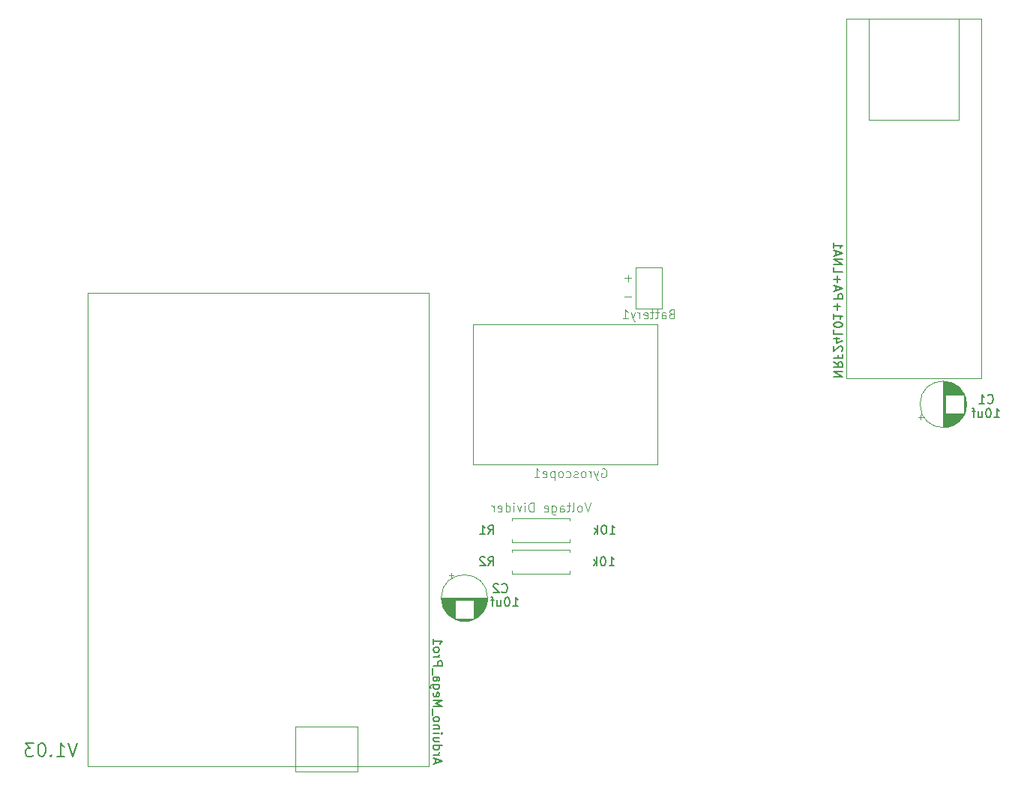
<source format=gbr>
%TF.GenerationSoftware,KiCad,Pcbnew,7.0.8*%
%TF.CreationDate,2024-11-24T12:41:57-05:00*%
%TF.ProjectId,RCTransmitterAecertRobotics,52435472-616e-4736-9d69-747465724165,V1.02*%
%TF.SameCoordinates,Original*%
%TF.FileFunction,Legend,Bot*%
%TF.FilePolarity,Positive*%
%FSLAX46Y46*%
G04 Gerber Fmt 4.6, Leading zero omitted, Abs format (unit mm)*
G04 Created by KiCad (PCBNEW 7.0.8) date 2024-11-24 12:41:57*
%MOMM*%
%LPD*%
G01*
G04 APERTURE LIST*
%ADD10C,0.200000*%
%ADD11C,0.100000*%
%ADD12C,0.150000*%
%ADD13C,0.120000*%
G04 APERTURE END LIST*
D10*
X85803998Y-138375528D02*
X85303998Y-139875528D01*
X85303998Y-139875528D02*
X84803998Y-138375528D01*
X83518284Y-139875528D02*
X84375427Y-139875528D01*
X83946856Y-139875528D02*
X83946856Y-138375528D01*
X83946856Y-138375528D02*
X84089713Y-138589814D01*
X84089713Y-138589814D02*
X84232570Y-138732671D01*
X84232570Y-138732671D02*
X84375427Y-138804100D01*
X82875428Y-139732671D02*
X82803999Y-139804100D01*
X82803999Y-139804100D02*
X82875428Y-139875528D01*
X82875428Y-139875528D02*
X82946856Y-139804100D01*
X82946856Y-139804100D02*
X82875428Y-139732671D01*
X82875428Y-139732671D02*
X82875428Y-139875528D01*
X81875427Y-138375528D02*
X81732570Y-138375528D01*
X81732570Y-138375528D02*
X81589713Y-138446957D01*
X81589713Y-138446957D02*
X81518285Y-138518385D01*
X81518285Y-138518385D02*
X81446856Y-138661242D01*
X81446856Y-138661242D02*
X81375427Y-138946957D01*
X81375427Y-138946957D02*
X81375427Y-139304100D01*
X81375427Y-139304100D02*
X81446856Y-139589814D01*
X81446856Y-139589814D02*
X81518285Y-139732671D01*
X81518285Y-139732671D02*
X81589713Y-139804100D01*
X81589713Y-139804100D02*
X81732570Y-139875528D01*
X81732570Y-139875528D02*
X81875427Y-139875528D01*
X81875427Y-139875528D02*
X82018285Y-139804100D01*
X82018285Y-139804100D02*
X82089713Y-139732671D01*
X82089713Y-139732671D02*
X82161142Y-139589814D01*
X82161142Y-139589814D02*
X82232570Y-139304100D01*
X82232570Y-139304100D02*
X82232570Y-138946957D01*
X82232570Y-138946957D02*
X82161142Y-138661242D01*
X82161142Y-138661242D02*
X82089713Y-138518385D01*
X82089713Y-138518385D02*
X82018285Y-138446957D01*
X82018285Y-138446957D02*
X81875427Y-138375528D01*
X80875428Y-138375528D02*
X79946856Y-138375528D01*
X79946856Y-138375528D02*
X80446856Y-138946957D01*
X80446856Y-138946957D02*
X80232571Y-138946957D01*
X80232571Y-138946957D02*
X80089714Y-139018385D01*
X80089714Y-139018385D02*
X80018285Y-139089814D01*
X80018285Y-139089814D02*
X79946856Y-139232671D01*
X79946856Y-139232671D02*
X79946856Y-139589814D01*
X79946856Y-139589814D02*
X80018285Y-139732671D01*
X80018285Y-139732671D02*
X80089714Y-139804100D01*
X80089714Y-139804100D02*
X80232571Y-139875528D01*
X80232571Y-139875528D02*
X80661142Y-139875528D01*
X80661142Y-139875528D02*
X80803999Y-139804100D01*
X80803999Y-139804100D02*
X80875428Y-139732671D01*
D11*
X143771238Y-111217419D02*
X143437905Y-112217419D01*
X143437905Y-112217419D02*
X143104572Y-111217419D01*
X142628381Y-112217419D02*
X142723619Y-112169800D01*
X142723619Y-112169800D02*
X142771238Y-112122180D01*
X142771238Y-112122180D02*
X142818857Y-112026942D01*
X142818857Y-112026942D02*
X142818857Y-111741228D01*
X142818857Y-111741228D02*
X142771238Y-111645990D01*
X142771238Y-111645990D02*
X142723619Y-111598371D01*
X142723619Y-111598371D02*
X142628381Y-111550752D01*
X142628381Y-111550752D02*
X142485524Y-111550752D01*
X142485524Y-111550752D02*
X142390286Y-111598371D01*
X142390286Y-111598371D02*
X142342667Y-111645990D01*
X142342667Y-111645990D02*
X142295048Y-111741228D01*
X142295048Y-111741228D02*
X142295048Y-112026942D01*
X142295048Y-112026942D02*
X142342667Y-112122180D01*
X142342667Y-112122180D02*
X142390286Y-112169800D01*
X142390286Y-112169800D02*
X142485524Y-112217419D01*
X142485524Y-112217419D02*
X142628381Y-112217419D01*
X141723619Y-112217419D02*
X141818857Y-112169800D01*
X141818857Y-112169800D02*
X141866476Y-112074561D01*
X141866476Y-112074561D02*
X141866476Y-111217419D01*
X141485523Y-111550752D02*
X141104571Y-111550752D01*
X141342666Y-111217419D02*
X141342666Y-112074561D01*
X141342666Y-112074561D02*
X141295047Y-112169800D01*
X141295047Y-112169800D02*
X141199809Y-112217419D01*
X141199809Y-112217419D02*
X141104571Y-112217419D01*
X140342666Y-112217419D02*
X140342666Y-111693609D01*
X140342666Y-111693609D02*
X140390285Y-111598371D01*
X140390285Y-111598371D02*
X140485523Y-111550752D01*
X140485523Y-111550752D02*
X140675999Y-111550752D01*
X140675999Y-111550752D02*
X140771237Y-111598371D01*
X140342666Y-112169800D02*
X140437904Y-112217419D01*
X140437904Y-112217419D02*
X140675999Y-112217419D01*
X140675999Y-112217419D02*
X140771237Y-112169800D01*
X140771237Y-112169800D02*
X140818856Y-112074561D01*
X140818856Y-112074561D02*
X140818856Y-111979323D01*
X140818856Y-111979323D02*
X140771237Y-111884085D01*
X140771237Y-111884085D02*
X140675999Y-111836466D01*
X140675999Y-111836466D02*
X140437904Y-111836466D01*
X140437904Y-111836466D02*
X140342666Y-111788847D01*
X139437904Y-111550752D02*
X139437904Y-112360276D01*
X139437904Y-112360276D02*
X139485523Y-112455514D01*
X139485523Y-112455514D02*
X139533142Y-112503133D01*
X139533142Y-112503133D02*
X139628380Y-112550752D01*
X139628380Y-112550752D02*
X139771237Y-112550752D01*
X139771237Y-112550752D02*
X139866475Y-112503133D01*
X139437904Y-112169800D02*
X139533142Y-112217419D01*
X139533142Y-112217419D02*
X139723618Y-112217419D01*
X139723618Y-112217419D02*
X139818856Y-112169800D01*
X139818856Y-112169800D02*
X139866475Y-112122180D01*
X139866475Y-112122180D02*
X139914094Y-112026942D01*
X139914094Y-112026942D02*
X139914094Y-111741228D01*
X139914094Y-111741228D02*
X139866475Y-111645990D01*
X139866475Y-111645990D02*
X139818856Y-111598371D01*
X139818856Y-111598371D02*
X139723618Y-111550752D01*
X139723618Y-111550752D02*
X139533142Y-111550752D01*
X139533142Y-111550752D02*
X139437904Y-111598371D01*
X138580761Y-112169800D02*
X138675999Y-112217419D01*
X138675999Y-112217419D02*
X138866475Y-112217419D01*
X138866475Y-112217419D02*
X138961713Y-112169800D01*
X138961713Y-112169800D02*
X139009332Y-112074561D01*
X139009332Y-112074561D02*
X139009332Y-111693609D01*
X139009332Y-111693609D02*
X138961713Y-111598371D01*
X138961713Y-111598371D02*
X138866475Y-111550752D01*
X138866475Y-111550752D02*
X138675999Y-111550752D01*
X138675999Y-111550752D02*
X138580761Y-111598371D01*
X138580761Y-111598371D02*
X138533142Y-111693609D01*
X138533142Y-111693609D02*
X138533142Y-111788847D01*
X138533142Y-111788847D02*
X139009332Y-111884085D01*
X137342665Y-112217419D02*
X137342665Y-111217419D01*
X137342665Y-111217419D02*
X137104570Y-111217419D01*
X137104570Y-111217419D02*
X136961713Y-111265038D01*
X136961713Y-111265038D02*
X136866475Y-111360276D01*
X136866475Y-111360276D02*
X136818856Y-111455514D01*
X136818856Y-111455514D02*
X136771237Y-111645990D01*
X136771237Y-111645990D02*
X136771237Y-111788847D01*
X136771237Y-111788847D02*
X136818856Y-111979323D01*
X136818856Y-111979323D02*
X136866475Y-112074561D01*
X136866475Y-112074561D02*
X136961713Y-112169800D01*
X136961713Y-112169800D02*
X137104570Y-112217419D01*
X137104570Y-112217419D02*
X137342665Y-112217419D01*
X136342665Y-112217419D02*
X136342665Y-111550752D01*
X136342665Y-111217419D02*
X136390284Y-111265038D01*
X136390284Y-111265038D02*
X136342665Y-111312657D01*
X136342665Y-111312657D02*
X136295046Y-111265038D01*
X136295046Y-111265038D02*
X136342665Y-111217419D01*
X136342665Y-111217419D02*
X136342665Y-111312657D01*
X135961713Y-111550752D02*
X135723618Y-112217419D01*
X135723618Y-112217419D02*
X135485523Y-111550752D01*
X135104570Y-112217419D02*
X135104570Y-111550752D01*
X135104570Y-111217419D02*
X135152189Y-111265038D01*
X135152189Y-111265038D02*
X135104570Y-111312657D01*
X135104570Y-111312657D02*
X135056951Y-111265038D01*
X135056951Y-111265038D02*
X135104570Y-111217419D01*
X135104570Y-111217419D02*
X135104570Y-111312657D01*
X134199809Y-112217419D02*
X134199809Y-111217419D01*
X134199809Y-112169800D02*
X134295047Y-112217419D01*
X134295047Y-112217419D02*
X134485523Y-112217419D01*
X134485523Y-112217419D02*
X134580761Y-112169800D01*
X134580761Y-112169800D02*
X134628380Y-112122180D01*
X134628380Y-112122180D02*
X134675999Y-112026942D01*
X134675999Y-112026942D02*
X134675999Y-111741228D01*
X134675999Y-111741228D02*
X134628380Y-111645990D01*
X134628380Y-111645990D02*
X134580761Y-111598371D01*
X134580761Y-111598371D02*
X134485523Y-111550752D01*
X134485523Y-111550752D02*
X134295047Y-111550752D01*
X134295047Y-111550752D02*
X134199809Y-111598371D01*
X133342666Y-112169800D02*
X133437904Y-112217419D01*
X133437904Y-112217419D02*
X133628380Y-112217419D01*
X133628380Y-112217419D02*
X133723618Y-112169800D01*
X133723618Y-112169800D02*
X133771237Y-112074561D01*
X133771237Y-112074561D02*
X133771237Y-111693609D01*
X133771237Y-111693609D02*
X133723618Y-111598371D01*
X133723618Y-111598371D02*
X133628380Y-111550752D01*
X133628380Y-111550752D02*
X133437904Y-111550752D01*
X133437904Y-111550752D02*
X133342666Y-111598371D01*
X133342666Y-111598371D02*
X133295047Y-111693609D01*
X133295047Y-111693609D02*
X133295047Y-111788847D01*
X133295047Y-111788847D02*
X133771237Y-111884085D01*
X132866475Y-112217419D02*
X132866475Y-111550752D01*
X132866475Y-111741228D02*
X132818856Y-111645990D01*
X132818856Y-111645990D02*
X132771237Y-111598371D01*
X132771237Y-111598371D02*
X132675999Y-111550752D01*
X132675999Y-111550752D02*
X132580761Y-111550752D01*
D12*
X133770666Y-121263580D02*
X133818285Y-121311200D01*
X133818285Y-121311200D02*
X133961142Y-121358819D01*
X133961142Y-121358819D02*
X134056380Y-121358819D01*
X134056380Y-121358819D02*
X134199237Y-121311200D01*
X134199237Y-121311200D02*
X134294475Y-121215961D01*
X134294475Y-121215961D02*
X134342094Y-121120723D01*
X134342094Y-121120723D02*
X134389713Y-120930247D01*
X134389713Y-120930247D02*
X134389713Y-120787390D01*
X134389713Y-120787390D02*
X134342094Y-120596914D01*
X134342094Y-120596914D02*
X134294475Y-120501676D01*
X134294475Y-120501676D02*
X134199237Y-120406438D01*
X134199237Y-120406438D02*
X134056380Y-120358819D01*
X134056380Y-120358819D02*
X133961142Y-120358819D01*
X133961142Y-120358819D02*
X133818285Y-120406438D01*
X133818285Y-120406438D02*
X133770666Y-120454057D01*
X133389713Y-120454057D02*
X133342094Y-120406438D01*
X133342094Y-120406438D02*
X133246856Y-120358819D01*
X133246856Y-120358819D02*
X133008761Y-120358819D01*
X133008761Y-120358819D02*
X132913523Y-120406438D01*
X132913523Y-120406438D02*
X132865904Y-120454057D01*
X132865904Y-120454057D02*
X132818285Y-120549295D01*
X132818285Y-120549295D02*
X132818285Y-120644533D01*
X132818285Y-120644533D02*
X132865904Y-120787390D01*
X132865904Y-120787390D02*
X133437332Y-121358819D01*
X133437332Y-121358819D02*
X132818285Y-121358819D01*
X135040571Y-122882819D02*
X135611999Y-122882819D01*
X135326285Y-122882819D02*
X135326285Y-121882819D01*
X135326285Y-121882819D02*
X135421523Y-122025676D01*
X135421523Y-122025676D02*
X135516761Y-122120914D01*
X135516761Y-122120914D02*
X135611999Y-122168533D01*
X134421523Y-121882819D02*
X134326285Y-121882819D01*
X134326285Y-121882819D02*
X134231047Y-121930438D01*
X134231047Y-121930438D02*
X134183428Y-121978057D01*
X134183428Y-121978057D02*
X134135809Y-122073295D01*
X134135809Y-122073295D02*
X134088190Y-122263771D01*
X134088190Y-122263771D02*
X134088190Y-122501866D01*
X134088190Y-122501866D02*
X134135809Y-122692342D01*
X134135809Y-122692342D02*
X134183428Y-122787580D01*
X134183428Y-122787580D02*
X134231047Y-122835200D01*
X134231047Y-122835200D02*
X134326285Y-122882819D01*
X134326285Y-122882819D02*
X134421523Y-122882819D01*
X134421523Y-122882819D02*
X134516761Y-122835200D01*
X134516761Y-122835200D02*
X134564380Y-122787580D01*
X134564380Y-122787580D02*
X134611999Y-122692342D01*
X134611999Y-122692342D02*
X134659618Y-122501866D01*
X134659618Y-122501866D02*
X134659618Y-122263771D01*
X134659618Y-122263771D02*
X134611999Y-122073295D01*
X134611999Y-122073295D02*
X134564380Y-121978057D01*
X134564380Y-121978057D02*
X134516761Y-121930438D01*
X134516761Y-121930438D02*
X134421523Y-121882819D01*
X133231047Y-122216152D02*
X133231047Y-122882819D01*
X133659618Y-122216152D02*
X133659618Y-122739961D01*
X133659618Y-122739961D02*
X133611999Y-122835200D01*
X133611999Y-122835200D02*
X133516761Y-122882819D01*
X133516761Y-122882819D02*
X133373904Y-122882819D01*
X133373904Y-122882819D02*
X133278666Y-122835200D01*
X133278666Y-122835200D02*
X133231047Y-122787580D01*
X132897713Y-122216152D02*
X132516761Y-122216152D01*
X132754856Y-122882819D02*
X132754856Y-122025676D01*
X132754856Y-122025676D02*
X132707237Y-121930438D01*
X132707237Y-121930438D02*
X132611999Y-121882819D01*
X132611999Y-121882819D02*
X132516761Y-121882819D01*
D11*
X152915619Y-89849609D02*
X152772762Y-89897228D01*
X152772762Y-89897228D02*
X152725143Y-89944847D01*
X152725143Y-89944847D02*
X152677524Y-90040085D01*
X152677524Y-90040085D02*
X152677524Y-90182942D01*
X152677524Y-90182942D02*
X152725143Y-90278180D01*
X152725143Y-90278180D02*
X152772762Y-90325800D01*
X152772762Y-90325800D02*
X152868000Y-90373419D01*
X152868000Y-90373419D02*
X153248952Y-90373419D01*
X153248952Y-90373419D02*
X153248952Y-89373419D01*
X153248952Y-89373419D02*
X152915619Y-89373419D01*
X152915619Y-89373419D02*
X152820381Y-89421038D01*
X152820381Y-89421038D02*
X152772762Y-89468657D01*
X152772762Y-89468657D02*
X152725143Y-89563895D01*
X152725143Y-89563895D02*
X152725143Y-89659133D01*
X152725143Y-89659133D02*
X152772762Y-89754371D01*
X152772762Y-89754371D02*
X152820381Y-89801990D01*
X152820381Y-89801990D02*
X152915619Y-89849609D01*
X152915619Y-89849609D02*
X153248952Y-89849609D01*
X151820381Y-90373419D02*
X151820381Y-89849609D01*
X151820381Y-89849609D02*
X151868000Y-89754371D01*
X151868000Y-89754371D02*
X151963238Y-89706752D01*
X151963238Y-89706752D02*
X152153714Y-89706752D01*
X152153714Y-89706752D02*
X152248952Y-89754371D01*
X151820381Y-90325800D02*
X151915619Y-90373419D01*
X151915619Y-90373419D02*
X152153714Y-90373419D01*
X152153714Y-90373419D02*
X152248952Y-90325800D01*
X152248952Y-90325800D02*
X152296571Y-90230561D01*
X152296571Y-90230561D02*
X152296571Y-90135323D01*
X152296571Y-90135323D02*
X152248952Y-90040085D01*
X152248952Y-90040085D02*
X152153714Y-89992466D01*
X152153714Y-89992466D02*
X151915619Y-89992466D01*
X151915619Y-89992466D02*
X151820381Y-89944847D01*
X151487047Y-89706752D02*
X151106095Y-89706752D01*
X151344190Y-89373419D02*
X151344190Y-90230561D01*
X151344190Y-90230561D02*
X151296571Y-90325800D01*
X151296571Y-90325800D02*
X151201333Y-90373419D01*
X151201333Y-90373419D02*
X151106095Y-90373419D01*
X150915618Y-89706752D02*
X150534666Y-89706752D01*
X150772761Y-89373419D02*
X150772761Y-90230561D01*
X150772761Y-90230561D02*
X150725142Y-90325800D01*
X150725142Y-90325800D02*
X150629904Y-90373419D01*
X150629904Y-90373419D02*
X150534666Y-90373419D01*
X149820380Y-90325800D02*
X149915618Y-90373419D01*
X149915618Y-90373419D02*
X150106094Y-90373419D01*
X150106094Y-90373419D02*
X150201332Y-90325800D01*
X150201332Y-90325800D02*
X150248951Y-90230561D01*
X150248951Y-90230561D02*
X150248951Y-89849609D01*
X150248951Y-89849609D02*
X150201332Y-89754371D01*
X150201332Y-89754371D02*
X150106094Y-89706752D01*
X150106094Y-89706752D02*
X149915618Y-89706752D01*
X149915618Y-89706752D02*
X149820380Y-89754371D01*
X149820380Y-89754371D02*
X149772761Y-89849609D01*
X149772761Y-89849609D02*
X149772761Y-89944847D01*
X149772761Y-89944847D02*
X150248951Y-90040085D01*
X149344189Y-90373419D02*
X149344189Y-89706752D01*
X149344189Y-89897228D02*
X149296570Y-89801990D01*
X149296570Y-89801990D02*
X149248951Y-89754371D01*
X149248951Y-89754371D02*
X149153713Y-89706752D01*
X149153713Y-89706752D02*
X149058475Y-89706752D01*
X148820379Y-89706752D02*
X148582284Y-90373419D01*
X148344189Y-89706752D02*
X148582284Y-90373419D01*
X148582284Y-90373419D02*
X148677522Y-90611514D01*
X148677522Y-90611514D02*
X148725141Y-90659133D01*
X148725141Y-90659133D02*
X148820379Y-90706752D01*
X147439427Y-90373419D02*
X148010855Y-90373419D01*
X147725141Y-90373419D02*
X147725141Y-89373419D01*
X147725141Y-89373419D02*
X147820379Y-89516276D01*
X147820379Y-89516276D02*
X147915617Y-89611514D01*
X147915617Y-89611514D02*
X148010855Y-89659133D01*
X148409886Y-87926633D02*
X147647982Y-87926633D01*
X148409886Y-85820049D02*
X147647982Y-85820049D01*
X148028934Y-86201002D02*
X148028934Y-85439097D01*
X145045033Y-107374600D02*
X145140271Y-107326981D01*
X145140271Y-107326981D02*
X145283128Y-107326981D01*
X145283128Y-107326981D02*
X145425985Y-107374600D01*
X145425985Y-107374600D02*
X145521223Y-107469838D01*
X145521223Y-107469838D02*
X145568842Y-107565076D01*
X145568842Y-107565076D02*
X145616461Y-107755552D01*
X145616461Y-107755552D02*
X145616461Y-107898409D01*
X145616461Y-107898409D02*
X145568842Y-108088885D01*
X145568842Y-108088885D02*
X145521223Y-108184123D01*
X145521223Y-108184123D02*
X145425985Y-108279362D01*
X145425985Y-108279362D02*
X145283128Y-108326981D01*
X145283128Y-108326981D02*
X145187890Y-108326981D01*
X145187890Y-108326981D02*
X145045033Y-108279362D01*
X145045033Y-108279362D02*
X144997414Y-108231742D01*
X144997414Y-108231742D02*
X144997414Y-107898409D01*
X144997414Y-107898409D02*
X145187890Y-107898409D01*
X144664080Y-107660314D02*
X144425985Y-108326981D01*
X144187890Y-107660314D02*
X144425985Y-108326981D01*
X144425985Y-108326981D02*
X144521223Y-108565076D01*
X144521223Y-108565076D02*
X144568842Y-108612695D01*
X144568842Y-108612695D02*
X144664080Y-108660314D01*
X143806937Y-108326981D02*
X143806937Y-107660314D01*
X143806937Y-107850790D02*
X143759318Y-107755552D01*
X143759318Y-107755552D02*
X143711699Y-107707933D01*
X143711699Y-107707933D02*
X143616461Y-107660314D01*
X143616461Y-107660314D02*
X143521223Y-107660314D01*
X143045032Y-108326981D02*
X143140270Y-108279362D01*
X143140270Y-108279362D02*
X143187889Y-108231742D01*
X143187889Y-108231742D02*
X143235508Y-108136504D01*
X143235508Y-108136504D02*
X143235508Y-107850790D01*
X143235508Y-107850790D02*
X143187889Y-107755552D01*
X143187889Y-107755552D02*
X143140270Y-107707933D01*
X143140270Y-107707933D02*
X143045032Y-107660314D01*
X143045032Y-107660314D02*
X142902175Y-107660314D01*
X142902175Y-107660314D02*
X142806937Y-107707933D01*
X142806937Y-107707933D02*
X142759318Y-107755552D01*
X142759318Y-107755552D02*
X142711699Y-107850790D01*
X142711699Y-107850790D02*
X142711699Y-108136504D01*
X142711699Y-108136504D02*
X142759318Y-108231742D01*
X142759318Y-108231742D02*
X142806937Y-108279362D01*
X142806937Y-108279362D02*
X142902175Y-108326981D01*
X142902175Y-108326981D02*
X143045032Y-108326981D01*
X142330746Y-108279362D02*
X142235508Y-108326981D01*
X142235508Y-108326981D02*
X142045032Y-108326981D01*
X142045032Y-108326981D02*
X141949794Y-108279362D01*
X141949794Y-108279362D02*
X141902175Y-108184123D01*
X141902175Y-108184123D02*
X141902175Y-108136504D01*
X141902175Y-108136504D02*
X141949794Y-108041266D01*
X141949794Y-108041266D02*
X142045032Y-107993647D01*
X142045032Y-107993647D02*
X142187889Y-107993647D01*
X142187889Y-107993647D02*
X142283127Y-107946028D01*
X142283127Y-107946028D02*
X142330746Y-107850790D01*
X142330746Y-107850790D02*
X142330746Y-107803171D01*
X142330746Y-107803171D02*
X142283127Y-107707933D01*
X142283127Y-107707933D02*
X142187889Y-107660314D01*
X142187889Y-107660314D02*
X142045032Y-107660314D01*
X142045032Y-107660314D02*
X141949794Y-107707933D01*
X141045032Y-108279362D02*
X141140270Y-108326981D01*
X141140270Y-108326981D02*
X141330746Y-108326981D01*
X141330746Y-108326981D02*
X141425984Y-108279362D01*
X141425984Y-108279362D02*
X141473603Y-108231742D01*
X141473603Y-108231742D02*
X141521222Y-108136504D01*
X141521222Y-108136504D02*
X141521222Y-107850790D01*
X141521222Y-107850790D02*
X141473603Y-107755552D01*
X141473603Y-107755552D02*
X141425984Y-107707933D01*
X141425984Y-107707933D02*
X141330746Y-107660314D01*
X141330746Y-107660314D02*
X141140270Y-107660314D01*
X141140270Y-107660314D02*
X141045032Y-107707933D01*
X140473603Y-108326981D02*
X140568841Y-108279362D01*
X140568841Y-108279362D02*
X140616460Y-108231742D01*
X140616460Y-108231742D02*
X140664079Y-108136504D01*
X140664079Y-108136504D02*
X140664079Y-107850790D01*
X140664079Y-107850790D02*
X140616460Y-107755552D01*
X140616460Y-107755552D02*
X140568841Y-107707933D01*
X140568841Y-107707933D02*
X140473603Y-107660314D01*
X140473603Y-107660314D02*
X140330746Y-107660314D01*
X140330746Y-107660314D02*
X140235508Y-107707933D01*
X140235508Y-107707933D02*
X140187889Y-107755552D01*
X140187889Y-107755552D02*
X140140270Y-107850790D01*
X140140270Y-107850790D02*
X140140270Y-108136504D01*
X140140270Y-108136504D02*
X140187889Y-108231742D01*
X140187889Y-108231742D02*
X140235508Y-108279362D01*
X140235508Y-108279362D02*
X140330746Y-108326981D01*
X140330746Y-108326981D02*
X140473603Y-108326981D01*
X139711698Y-107660314D02*
X139711698Y-108660314D01*
X139711698Y-107707933D02*
X139616460Y-107660314D01*
X139616460Y-107660314D02*
X139425984Y-107660314D01*
X139425984Y-107660314D02*
X139330746Y-107707933D01*
X139330746Y-107707933D02*
X139283127Y-107755552D01*
X139283127Y-107755552D02*
X139235508Y-107850790D01*
X139235508Y-107850790D02*
X139235508Y-108136504D01*
X139235508Y-108136504D02*
X139283127Y-108231742D01*
X139283127Y-108231742D02*
X139330746Y-108279362D01*
X139330746Y-108279362D02*
X139425984Y-108326981D01*
X139425984Y-108326981D02*
X139616460Y-108326981D01*
X139616460Y-108326981D02*
X139711698Y-108279362D01*
X138425984Y-108279362D02*
X138521222Y-108326981D01*
X138521222Y-108326981D02*
X138711698Y-108326981D01*
X138711698Y-108326981D02*
X138806936Y-108279362D01*
X138806936Y-108279362D02*
X138854555Y-108184123D01*
X138854555Y-108184123D02*
X138854555Y-107803171D01*
X138854555Y-107803171D02*
X138806936Y-107707933D01*
X138806936Y-107707933D02*
X138711698Y-107660314D01*
X138711698Y-107660314D02*
X138521222Y-107660314D01*
X138521222Y-107660314D02*
X138425984Y-107707933D01*
X138425984Y-107707933D02*
X138378365Y-107803171D01*
X138378365Y-107803171D02*
X138378365Y-107898409D01*
X138378365Y-107898409D02*
X138854555Y-107993647D01*
X137425984Y-108326981D02*
X137997412Y-108326981D01*
X137711698Y-108326981D02*
X137711698Y-107326981D01*
X137711698Y-107326981D02*
X137806936Y-107469838D01*
X137806936Y-107469838D02*
X137902174Y-107565076D01*
X137902174Y-107565076D02*
X137997412Y-107612695D01*
D12*
X132246666Y-118310819D02*
X132579999Y-117834628D01*
X132818094Y-118310819D02*
X132818094Y-117310819D01*
X132818094Y-117310819D02*
X132437142Y-117310819D01*
X132437142Y-117310819D02*
X132341904Y-117358438D01*
X132341904Y-117358438D02*
X132294285Y-117406057D01*
X132294285Y-117406057D02*
X132246666Y-117501295D01*
X132246666Y-117501295D02*
X132246666Y-117644152D01*
X132246666Y-117644152D02*
X132294285Y-117739390D01*
X132294285Y-117739390D02*
X132341904Y-117787009D01*
X132341904Y-117787009D02*
X132437142Y-117834628D01*
X132437142Y-117834628D02*
X132818094Y-117834628D01*
X131865713Y-117406057D02*
X131818094Y-117358438D01*
X131818094Y-117358438D02*
X131722856Y-117310819D01*
X131722856Y-117310819D02*
X131484761Y-117310819D01*
X131484761Y-117310819D02*
X131389523Y-117358438D01*
X131389523Y-117358438D02*
X131341904Y-117406057D01*
X131341904Y-117406057D02*
X131294285Y-117501295D01*
X131294285Y-117501295D02*
X131294285Y-117596533D01*
X131294285Y-117596533D02*
X131341904Y-117739390D01*
X131341904Y-117739390D02*
X131913332Y-118310819D01*
X131913332Y-118310819D02*
X131294285Y-118310819D01*
X145883238Y-118310819D02*
X146454666Y-118310819D01*
X146168952Y-118310819D02*
X146168952Y-117310819D01*
X146168952Y-117310819D02*
X146264190Y-117453676D01*
X146264190Y-117453676D02*
X146359428Y-117548914D01*
X146359428Y-117548914D02*
X146454666Y-117596533D01*
X145264190Y-117310819D02*
X145168952Y-117310819D01*
X145168952Y-117310819D02*
X145073714Y-117358438D01*
X145073714Y-117358438D02*
X145026095Y-117406057D01*
X145026095Y-117406057D02*
X144978476Y-117501295D01*
X144978476Y-117501295D02*
X144930857Y-117691771D01*
X144930857Y-117691771D02*
X144930857Y-117929866D01*
X144930857Y-117929866D02*
X144978476Y-118120342D01*
X144978476Y-118120342D02*
X145026095Y-118215580D01*
X145026095Y-118215580D02*
X145073714Y-118263200D01*
X145073714Y-118263200D02*
X145168952Y-118310819D01*
X145168952Y-118310819D02*
X145264190Y-118310819D01*
X145264190Y-118310819D02*
X145359428Y-118263200D01*
X145359428Y-118263200D02*
X145407047Y-118215580D01*
X145407047Y-118215580D02*
X145454666Y-118120342D01*
X145454666Y-118120342D02*
X145502285Y-117929866D01*
X145502285Y-117929866D02*
X145502285Y-117691771D01*
X145502285Y-117691771D02*
X145454666Y-117501295D01*
X145454666Y-117501295D02*
X145407047Y-117406057D01*
X145407047Y-117406057D02*
X145359428Y-117358438D01*
X145359428Y-117358438D02*
X145264190Y-117310819D01*
X144502285Y-118310819D02*
X144502285Y-117310819D01*
X144407047Y-117929866D02*
X144121333Y-118310819D01*
X144121333Y-117644152D02*
X144502285Y-118025104D01*
X126322895Y-140604000D02*
X126322895Y-140127810D01*
X126037180Y-140699238D02*
X127037180Y-140365905D01*
X127037180Y-140365905D02*
X126037180Y-140032572D01*
X126037180Y-139699238D02*
X126703847Y-139699238D01*
X126513371Y-139699238D02*
X126608609Y-139651619D01*
X126608609Y-139651619D02*
X126656228Y-139604000D01*
X126656228Y-139604000D02*
X126703847Y-139508762D01*
X126703847Y-139508762D02*
X126703847Y-139413524D01*
X126037180Y-138651619D02*
X127037180Y-138651619D01*
X126084800Y-138651619D02*
X126037180Y-138746857D01*
X126037180Y-138746857D02*
X126037180Y-138937333D01*
X126037180Y-138937333D02*
X126084800Y-139032571D01*
X126084800Y-139032571D02*
X126132419Y-139080190D01*
X126132419Y-139080190D02*
X126227657Y-139127809D01*
X126227657Y-139127809D02*
X126513371Y-139127809D01*
X126513371Y-139127809D02*
X126608609Y-139080190D01*
X126608609Y-139080190D02*
X126656228Y-139032571D01*
X126656228Y-139032571D02*
X126703847Y-138937333D01*
X126703847Y-138937333D02*
X126703847Y-138746857D01*
X126703847Y-138746857D02*
X126656228Y-138651619D01*
X126703847Y-137746857D02*
X126037180Y-137746857D01*
X126703847Y-138175428D02*
X126180038Y-138175428D01*
X126180038Y-138175428D02*
X126084800Y-138127809D01*
X126084800Y-138127809D02*
X126037180Y-138032571D01*
X126037180Y-138032571D02*
X126037180Y-137889714D01*
X126037180Y-137889714D02*
X126084800Y-137794476D01*
X126084800Y-137794476D02*
X126132419Y-137746857D01*
X126037180Y-137270666D02*
X126703847Y-137270666D01*
X127037180Y-137270666D02*
X126989561Y-137318285D01*
X126989561Y-137318285D02*
X126941942Y-137270666D01*
X126941942Y-137270666D02*
X126989561Y-137223047D01*
X126989561Y-137223047D02*
X127037180Y-137270666D01*
X127037180Y-137270666D02*
X126941942Y-137270666D01*
X126703847Y-136794476D02*
X126037180Y-136794476D01*
X126608609Y-136794476D02*
X126656228Y-136746857D01*
X126656228Y-136746857D02*
X126703847Y-136651619D01*
X126703847Y-136651619D02*
X126703847Y-136508762D01*
X126703847Y-136508762D02*
X126656228Y-136413524D01*
X126656228Y-136413524D02*
X126560990Y-136365905D01*
X126560990Y-136365905D02*
X126037180Y-136365905D01*
X126037180Y-135746857D02*
X126084800Y-135842095D01*
X126084800Y-135842095D02*
X126132419Y-135889714D01*
X126132419Y-135889714D02*
X126227657Y-135937333D01*
X126227657Y-135937333D02*
X126513371Y-135937333D01*
X126513371Y-135937333D02*
X126608609Y-135889714D01*
X126608609Y-135889714D02*
X126656228Y-135842095D01*
X126656228Y-135842095D02*
X126703847Y-135746857D01*
X126703847Y-135746857D02*
X126703847Y-135604000D01*
X126703847Y-135604000D02*
X126656228Y-135508762D01*
X126656228Y-135508762D02*
X126608609Y-135461143D01*
X126608609Y-135461143D02*
X126513371Y-135413524D01*
X126513371Y-135413524D02*
X126227657Y-135413524D01*
X126227657Y-135413524D02*
X126132419Y-135461143D01*
X126132419Y-135461143D02*
X126084800Y-135508762D01*
X126084800Y-135508762D02*
X126037180Y-135604000D01*
X126037180Y-135604000D02*
X126037180Y-135746857D01*
X125941942Y-135223048D02*
X125941942Y-134461143D01*
X126037180Y-134223047D02*
X127037180Y-134223047D01*
X127037180Y-134223047D02*
X126322895Y-133889714D01*
X126322895Y-133889714D02*
X127037180Y-133556381D01*
X127037180Y-133556381D02*
X126037180Y-133556381D01*
X126084800Y-132699238D02*
X126037180Y-132794476D01*
X126037180Y-132794476D02*
X126037180Y-132984952D01*
X126037180Y-132984952D02*
X126084800Y-133080190D01*
X126084800Y-133080190D02*
X126180038Y-133127809D01*
X126180038Y-133127809D02*
X126560990Y-133127809D01*
X126560990Y-133127809D02*
X126656228Y-133080190D01*
X126656228Y-133080190D02*
X126703847Y-132984952D01*
X126703847Y-132984952D02*
X126703847Y-132794476D01*
X126703847Y-132794476D02*
X126656228Y-132699238D01*
X126656228Y-132699238D02*
X126560990Y-132651619D01*
X126560990Y-132651619D02*
X126465752Y-132651619D01*
X126465752Y-132651619D02*
X126370514Y-133127809D01*
X126703847Y-131794476D02*
X125894323Y-131794476D01*
X125894323Y-131794476D02*
X125799085Y-131842095D01*
X125799085Y-131842095D02*
X125751466Y-131889714D01*
X125751466Y-131889714D02*
X125703847Y-131984952D01*
X125703847Y-131984952D02*
X125703847Y-132127809D01*
X125703847Y-132127809D02*
X125751466Y-132223047D01*
X126084800Y-131794476D02*
X126037180Y-131889714D01*
X126037180Y-131889714D02*
X126037180Y-132080190D01*
X126037180Y-132080190D02*
X126084800Y-132175428D01*
X126084800Y-132175428D02*
X126132419Y-132223047D01*
X126132419Y-132223047D02*
X126227657Y-132270666D01*
X126227657Y-132270666D02*
X126513371Y-132270666D01*
X126513371Y-132270666D02*
X126608609Y-132223047D01*
X126608609Y-132223047D02*
X126656228Y-132175428D01*
X126656228Y-132175428D02*
X126703847Y-132080190D01*
X126703847Y-132080190D02*
X126703847Y-131889714D01*
X126703847Y-131889714D02*
X126656228Y-131794476D01*
X126037180Y-130889714D02*
X126560990Y-130889714D01*
X126560990Y-130889714D02*
X126656228Y-130937333D01*
X126656228Y-130937333D02*
X126703847Y-131032571D01*
X126703847Y-131032571D02*
X126703847Y-131223047D01*
X126703847Y-131223047D02*
X126656228Y-131318285D01*
X126084800Y-130889714D02*
X126037180Y-130984952D01*
X126037180Y-130984952D02*
X126037180Y-131223047D01*
X126037180Y-131223047D02*
X126084800Y-131318285D01*
X126084800Y-131318285D02*
X126180038Y-131365904D01*
X126180038Y-131365904D02*
X126275276Y-131365904D01*
X126275276Y-131365904D02*
X126370514Y-131318285D01*
X126370514Y-131318285D02*
X126418133Y-131223047D01*
X126418133Y-131223047D02*
X126418133Y-130984952D01*
X126418133Y-130984952D02*
X126465752Y-130889714D01*
X125941942Y-130651619D02*
X125941942Y-129889714D01*
X126037180Y-129651618D02*
X127037180Y-129651618D01*
X127037180Y-129651618D02*
X127037180Y-129270666D01*
X127037180Y-129270666D02*
X126989561Y-129175428D01*
X126989561Y-129175428D02*
X126941942Y-129127809D01*
X126941942Y-129127809D02*
X126846704Y-129080190D01*
X126846704Y-129080190D02*
X126703847Y-129080190D01*
X126703847Y-129080190D02*
X126608609Y-129127809D01*
X126608609Y-129127809D02*
X126560990Y-129175428D01*
X126560990Y-129175428D02*
X126513371Y-129270666D01*
X126513371Y-129270666D02*
X126513371Y-129651618D01*
X126037180Y-128651618D02*
X126703847Y-128651618D01*
X126513371Y-128651618D02*
X126608609Y-128603999D01*
X126608609Y-128603999D02*
X126656228Y-128556380D01*
X126656228Y-128556380D02*
X126703847Y-128461142D01*
X126703847Y-128461142D02*
X126703847Y-128365904D01*
X126037180Y-127889713D02*
X126084800Y-127984951D01*
X126084800Y-127984951D02*
X126132419Y-128032570D01*
X126132419Y-128032570D02*
X126227657Y-128080189D01*
X126227657Y-128080189D02*
X126513371Y-128080189D01*
X126513371Y-128080189D02*
X126608609Y-128032570D01*
X126608609Y-128032570D02*
X126656228Y-127984951D01*
X126656228Y-127984951D02*
X126703847Y-127889713D01*
X126703847Y-127889713D02*
X126703847Y-127746856D01*
X126703847Y-127746856D02*
X126656228Y-127651618D01*
X126656228Y-127651618D02*
X126608609Y-127603999D01*
X126608609Y-127603999D02*
X126513371Y-127556380D01*
X126513371Y-127556380D02*
X126227657Y-127556380D01*
X126227657Y-127556380D02*
X126132419Y-127603999D01*
X126132419Y-127603999D02*
X126084800Y-127651618D01*
X126084800Y-127651618D02*
X126037180Y-127746856D01*
X126037180Y-127746856D02*
X126037180Y-127889713D01*
X126037180Y-126603999D02*
X126037180Y-127175427D01*
X126037180Y-126889713D02*
X127037180Y-126889713D01*
X127037180Y-126889713D02*
X126894323Y-126984951D01*
X126894323Y-126984951D02*
X126799085Y-127080189D01*
X126799085Y-127080189D02*
X126751466Y-127175427D01*
X188659271Y-99876901D02*
X188706890Y-99924521D01*
X188706890Y-99924521D02*
X188849747Y-99972140D01*
X188849747Y-99972140D02*
X188944985Y-99972140D01*
X188944985Y-99972140D02*
X189087842Y-99924521D01*
X189087842Y-99924521D02*
X189183080Y-99829282D01*
X189183080Y-99829282D02*
X189230699Y-99734044D01*
X189230699Y-99734044D02*
X189278318Y-99543568D01*
X189278318Y-99543568D02*
X189278318Y-99400711D01*
X189278318Y-99400711D02*
X189230699Y-99210235D01*
X189230699Y-99210235D02*
X189183080Y-99114997D01*
X189183080Y-99114997D02*
X189087842Y-99019759D01*
X189087842Y-99019759D02*
X188944985Y-98972140D01*
X188944985Y-98972140D02*
X188849747Y-98972140D01*
X188849747Y-98972140D02*
X188706890Y-99019759D01*
X188706890Y-99019759D02*
X188659271Y-99067378D01*
X187706890Y-99972140D02*
X188278318Y-99972140D01*
X187992604Y-99972140D02*
X187992604Y-98972140D01*
X187992604Y-98972140D02*
X188087842Y-99114997D01*
X188087842Y-99114997D02*
X188183080Y-99210235D01*
X188183080Y-99210235D02*
X188278318Y-99257854D01*
X189396571Y-101546819D02*
X189967999Y-101546819D01*
X189682285Y-101546819D02*
X189682285Y-100546819D01*
X189682285Y-100546819D02*
X189777523Y-100689676D01*
X189777523Y-100689676D02*
X189872761Y-100784914D01*
X189872761Y-100784914D02*
X189967999Y-100832533D01*
X188777523Y-100546819D02*
X188682285Y-100546819D01*
X188682285Y-100546819D02*
X188587047Y-100594438D01*
X188587047Y-100594438D02*
X188539428Y-100642057D01*
X188539428Y-100642057D02*
X188491809Y-100737295D01*
X188491809Y-100737295D02*
X188444190Y-100927771D01*
X188444190Y-100927771D02*
X188444190Y-101165866D01*
X188444190Y-101165866D02*
X188491809Y-101356342D01*
X188491809Y-101356342D02*
X188539428Y-101451580D01*
X188539428Y-101451580D02*
X188587047Y-101499200D01*
X188587047Y-101499200D02*
X188682285Y-101546819D01*
X188682285Y-101546819D02*
X188777523Y-101546819D01*
X188777523Y-101546819D02*
X188872761Y-101499200D01*
X188872761Y-101499200D02*
X188920380Y-101451580D01*
X188920380Y-101451580D02*
X188967999Y-101356342D01*
X188967999Y-101356342D02*
X189015618Y-101165866D01*
X189015618Y-101165866D02*
X189015618Y-100927771D01*
X189015618Y-100927771D02*
X188967999Y-100737295D01*
X188967999Y-100737295D02*
X188920380Y-100642057D01*
X188920380Y-100642057D02*
X188872761Y-100594438D01*
X188872761Y-100594438D02*
X188777523Y-100546819D01*
X187587047Y-100880152D02*
X187587047Y-101546819D01*
X188015618Y-100880152D02*
X188015618Y-101403961D01*
X188015618Y-101403961D02*
X187967999Y-101499200D01*
X187967999Y-101499200D02*
X187872761Y-101546819D01*
X187872761Y-101546819D02*
X187729904Y-101546819D01*
X187729904Y-101546819D02*
X187634666Y-101499200D01*
X187634666Y-101499200D02*
X187587047Y-101451580D01*
X187253713Y-100880152D02*
X186872761Y-100880152D01*
X187110856Y-101546819D02*
X187110856Y-100689676D01*
X187110856Y-100689676D02*
X187063237Y-100594438D01*
X187063237Y-100594438D02*
X186967999Y-100546819D01*
X186967999Y-100546819D02*
X186872761Y-100546819D01*
X171249180Y-96931809D02*
X172249180Y-96931809D01*
X172249180Y-96931809D02*
X171249180Y-96360381D01*
X171249180Y-96360381D02*
X172249180Y-96360381D01*
X171249180Y-95312762D02*
X171725371Y-95646095D01*
X171249180Y-95884190D02*
X172249180Y-95884190D01*
X172249180Y-95884190D02*
X172249180Y-95503238D01*
X172249180Y-95503238D02*
X172201561Y-95408000D01*
X172201561Y-95408000D02*
X172153942Y-95360381D01*
X172153942Y-95360381D02*
X172058704Y-95312762D01*
X172058704Y-95312762D02*
X171915847Y-95312762D01*
X171915847Y-95312762D02*
X171820609Y-95360381D01*
X171820609Y-95360381D02*
X171772990Y-95408000D01*
X171772990Y-95408000D02*
X171725371Y-95503238D01*
X171725371Y-95503238D02*
X171725371Y-95884190D01*
X171772990Y-94550857D02*
X171772990Y-94884190D01*
X171249180Y-94884190D02*
X172249180Y-94884190D01*
X172249180Y-94884190D02*
X172249180Y-94408000D01*
X172153942Y-94074666D02*
X172201561Y-94027047D01*
X172201561Y-94027047D02*
X172249180Y-93931809D01*
X172249180Y-93931809D02*
X172249180Y-93693714D01*
X172249180Y-93693714D02*
X172201561Y-93598476D01*
X172201561Y-93598476D02*
X172153942Y-93550857D01*
X172153942Y-93550857D02*
X172058704Y-93503238D01*
X172058704Y-93503238D02*
X171963466Y-93503238D01*
X171963466Y-93503238D02*
X171820609Y-93550857D01*
X171820609Y-93550857D02*
X171249180Y-94122285D01*
X171249180Y-94122285D02*
X171249180Y-93503238D01*
X171915847Y-92646095D02*
X171249180Y-92646095D01*
X172296800Y-92884190D02*
X171582514Y-93122285D01*
X171582514Y-93122285D02*
X171582514Y-92503238D01*
X171249180Y-91646095D02*
X171249180Y-92122285D01*
X171249180Y-92122285D02*
X172249180Y-92122285D01*
X172249180Y-91122285D02*
X172249180Y-91027047D01*
X172249180Y-91027047D02*
X172201561Y-90931809D01*
X172201561Y-90931809D02*
X172153942Y-90884190D01*
X172153942Y-90884190D02*
X172058704Y-90836571D01*
X172058704Y-90836571D02*
X171868228Y-90788952D01*
X171868228Y-90788952D02*
X171630133Y-90788952D01*
X171630133Y-90788952D02*
X171439657Y-90836571D01*
X171439657Y-90836571D02*
X171344419Y-90884190D01*
X171344419Y-90884190D02*
X171296800Y-90931809D01*
X171296800Y-90931809D02*
X171249180Y-91027047D01*
X171249180Y-91027047D02*
X171249180Y-91122285D01*
X171249180Y-91122285D02*
X171296800Y-91217523D01*
X171296800Y-91217523D02*
X171344419Y-91265142D01*
X171344419Y-91265142D02*
X171439657Y-91312761D01*
X171439657Y-91312761D02*
X171630133Y-91360380D01*
X171630133Y-91360380D02*
X171868228Y-91360380D01*
X171868228Y-91360380D02*
X172058704Y-91312761D01*
X172058704Y-91312761D02*
X172153942Y-91265142D01*
X172153942Y-91265142D02*
X172201561Y-91217523D01*
X172201561Y-91217523D02*
X172249180Y-91122285D01*
X171249180Y-89836571D02*
X171249180Y-90407999D01*
X171249180Y-90122285D02*
X172249180Y-90122285D01*
X172249180Y-90122285D02*
X172106323Y-90217523D01*
X172106323Y-90217523D02*
X172011085Y-90312761D01*
X172011085Y-90312761D02*
X171963466Y-90407999D01*
X171630133Y-89407999D02*
X171630133Y-88646095D01*
X171249180Y-89027047D02*
X172011085Y-89027047D01*
X171249180Y-88169904D02*
X172249180Y-88169904D01*
X172249180Y-88169904D02*
X172249180Y-87788952D01*
X172249180Y-87788952D02*
X172201561Y-87693714D01*
X172201561Y-87693714D02*
X172153942Y-87646095D01*
X172153942Y-87646095D02*
X172058704Y-87598476D01*
X172058704Y-87598476D02*
X171915847Y-87598476D01*
X171915847Y-87598476D02*
X171820609Y-87646095D01*
X171820609Y-87646095D02*
X171772990Y-87693714D01*
X171772990Y-87693714D02*
X171725371Y-87788952D01*
X171725371Y-87788952D02*
X171725371Y-88169904D01*
X171534895Y-87217523D02*
X171534895Y-86741333D01*
X171249180Y-87312761D02*
X172249180Y-86979428D01*
X172249180Y-86979428D02*
X171249180Y-86646095D01*
X171630133Y-86312761D02*
X171630133Y-85550857D01*
X171249180Y-85931809D02*
X172011085Y-85931809D01*
X171249180Y-84598476D02*
X171249180Y-85074666D01*
X171249180Y-85074666D02*
X172249180Y-85074666D01*
X171249180Y-84265142D02*
X172249180Y-84265142D01*
X172249180Y-84265142D02*
X171249180Y-83693714D01*
X171249180Y-83693714D02*
X172249180Y-83693714D01*
X171534895Y-83265142D02*
X171534895Y-82788952D01*
X171249180Y-83360380D02*
X172249180Y-83027047D01*
X172249180Y-83027047D02*
X171249180Y-82693714D01*
X171249180Y-81836571D02*
X171249180Y-82407999D01*
X171249180Y-82122285D02*
X172249180Y-82122285D01*
X172249180Y-82122285D02*
X172106323Y-82217523D01*
X172106323Y-82217523D02*
X172011085Y-82312761D01*
X172011085Y-82312761D02*
X171963466Y-82407999D01*
X132246666Y-114754819D02*
X132579999Y-114278628D01*
X132818094Y-114754819D02*
X132818094Y-113754819D01*
X132818094Y-113754819D02*
X132437142Y-113754819D01*
X132437142Y-113754819D02*
X132341904Y-113802438D01*
X132341904Y-113802438D02*
X132294285Y-113850057D01*
X132294285Y-113850057D02*
X132246666Y-113945295D01*
X132246666Y-113945295D02*
X132246666Y-114088152D01*
X132246666Y-114088152D02*
X132294285Y-114183390D01*
X132294285Y-114183390D02*
X132341904Y-114231009D01*
X132341904Y-114231009D02*
X132437142Y-114278628D01*
X132437142Y-114278628D02*
X132818094Y-114278628D01*
X131294285Y-114754819D02*
X131865713Y-114754819D01*
X131579999Y-114754819D02*
X131579999Y-113754819D01*
X131579999Y-113754819D02*
X131675237Y-113897676D01*
X131675237Y-113897676D02*
X131770475Y-113992914D01*
X131770475Y-113992914D02*
X131865713Y-114040533D01*
X145979134Y-114724316D02*
X146550562Y-114724316D01*
X146264848Y-114724316D02*
X146264848Y-113724316D01*
X146264848Y-113724316D02*
X146360086Y-113867173D01*
X146360086Y-113867173D02*
X146455324Y-113962411D01*
X146455324Y-113962411D02*
X146550562Y-114010030D01*
X145360086Y-113724316D02*
X145264848Y-113724316D01*
X145264848Y-113724316D02*
X145169610Y-113771935D01*
X145169610Y-113771935D02*
X145121991Y-113819554D01*
X145121991Y-113819554D02*
X145074372Y-113914792D01*
X145074372Y-113914792D02*
X145026753Y-114105268D01*
X145026753Y-114105268D02*
X145026753Y-114343363D01*
X145026753Y-114343363D02*
X145074372Y-114533839D01*
X145074372Y-114533839D02*
X145121991Y-114629077D01*
X145121991Y-114629077D02*
X145169610Y-114676697D01*
X145169610Y-114676697D02*
X145264848Y-114724316D01*
X145264848Y-114724316D02*
X145360086Y-114724316D01*
X145360086Y-114724316D02*
X145455324Y-114676697D01*
X145455324Y-114676697D02*
X145502943Y-114629077D01*
X145502943Y-114629077D02*
X145550562Y-114533839D01*
X145550562Y-114533839D02*
X145598181Y-114343363D01*
X145598181Y-114343363D02*
X145598181Y-114105268D01*
X145598181Y-114105268D02*
X145550562Y-113914792D01*
X145550562Y-113914792D02*
X145502943Y-113819554D01*
X145502943Y-113819554D02*
X145455324Y-113771935D01*
X145455324Y-113771935D02*
X145360086Y-113724316D01*
X144598181Y-114724316D02*
X144598181Y-113724316D01*
X144502943Y-114343363D02*
X144217229Y-114724316D01*
X144217229Y-114057649D02*
X144598181Y-114438601D01*
D13*
%TO.C,C2*%
X128065000Y-119160113D02*
X128065000Y-119660113D01*
X127815000Y-119410113D02*
X128315000Y-119410113D01*
X126960000Y-121964888D02*
X132120000Y-121964888D01*
X126960000Y-122004888D02*
X132120000Y-122004888D01*
X126961000Y-122044888D02*
X132119000Y-122044888D01*
X126962000Y-122084888D02*
X132118000Y-122084888D01*
X126964000Y-122124888D02*
X132116000Y-122124888D01*
X126967000Y-122164888D02*
X132113000Y-122164888D01*
X130580000Y-122204888D02*
X132109000Y-122204888D01*
X126971000Y-122204888D02*
X128500000Y-122204888D01*
X130580000Y-122244888D02*
X132105000Y-122244888D01*
X126975000Y-122244888D02*
X128500000Y-122244888D01*
X130580000Y-122284888D02*
X132101000Y-122284888D01*
X126979000Y-122284888D02*
X128500000Y-122284888D01*
X130580000Y-122324888D02*
X132096000Y-122324888D01*
X126984000Y-122324888D02*
X128500000Y-122324888D01*
X130580000Y-122364888D02*
X132090000Y-122364888D01*
X126990000Y-122364888D02*
X128500000Y-122364888D01*
X130580000Y-122404888D02*
X132083000Y-122404888D01*
X126997000Y-122404888D02*
X128500000Y-122404888D01*
X130580000Y-122444888D02*
X132076000Y-122444888D01*
X127004000Y-122444888D02*
X128500000Y-122444888D01*
X130580000Y-122484888D02*
X132068000Y-122484888D01*
X127012000Y-122484888D02*
X128500000Y-122484888D01*
X130580000Y-122524888D02*
X132060000Y-122524888D01*
X127020000Y-122524888D02*
X128500000Y-122524888D01*
X130580000Y-122564888D02*
X132051000Y-122564888D01*
X127029000Y-122564888D02*
X128500000Y-122564888D01*
X130580000Y-122604888D02*
X132041000Y-122604888D01*
X127039000Y-122604888D02*
X128500000Y-122604888D01*
X130580000Y-122644888D02*
X132031000Y-122644888D01*
X127049000Y-122644888D02*
X128500000Y-122644888D01*
X130580000Y-122685888D02*
X132020000Y-122685888D01*
X127060000Y-122685888D02*
X128500000Y-122685888D01*
X130580000Y-122725888D02*
X132008000Y-122725888D01*
X127072000Y-122725888D02*
X128500000Y-122725888D01*
X130580000Y-122765888D02*
X131995000Y-122765888D01*
X127085000Y-122765888D02*
X128500000Y-122765888D01*
X130580000Y-122805888D02*
X131982000Y-122805888D01*
X127098000Y-122805888D02*
X128500000Y-122805888D01*
X130580000Y-122845888D02*
X131968000Y-122845888D01*
X127112000Y-122845888D02*
X128500000Y-122845888D01*
X130580000Y-122885888D02*
X131954000Y-122885888D01*
X127126000Y-122885888D02*
X128500000Y-122885888D01*
X130580000Y-122925888D02*
X131938000Y-122925888D01*
X127142000Y-122925888D02*
X128500000Y-122925888D01*
X130580000Y-122965888D02*
X131922000Y-122965888D01*
X127158000Y-122965888D02*
X128500000Y-122965888D01*
X130580000Y-123005888D02*
X131905000Y-123005888D01*
X127175000Y-123005888D02*
X128500000Y-123005888D01*
X130580000Y-123045888D02*
X131888000Y-123045888D01*
X127192000Y-123045888D02*
X128500000Y-123045888D01*
X130580000Y-123085888D02*
X131869000Y-123085888D01*
X127211000Y-123085888D02*
X128500000Y-123085888D01*
X130580000Y-123125888D02*
X131850000Y-123125888D01*
X127230000Y-123125888D02*
X128500000Y-123125888D01*
X130580000Y-123165888D02*
X131830000Y-123165888D01*
X127250000Y-123165888D02*
X128500000Y-123165888D01*
X130580000Y-123205888D02*
X131808000Y-123205888D01*
X127272000Y-123205888D02*
X128500000Y-123205888D01*
X130580000Y-123245888D02*
X131787000Y-123245888D01*
X127293000Y-123245888D02*
X128500000Y-123245888D01*
X130580000Y-123285888D02*
X131764000Y-123285888D01*
X127316000Y-123285888D02*
X128500000Y-123285888D01*
X130580000Y-123325888D02*
X131740000Y-123325888D01*
X127340000Y-123325888D02*
X128500000Y-123325888D01*
X130580000Y-123365888D02*
X131715000Y-123365888D01*
X127365000Y-123365888D02*
X128500000Y-123365888D01*
X130580000Y-123405888D02*
X131689000Y-123405888D01*
X127391000Y-123405888D02*
X128500000Y-123405888D01*
X130580000Y-123445888D02*
X131662000Y-123445888D01*
X127418000Y-123445888D02*
X128500000Y-123445888D01*
X130580000Y-123485888D02*
X131635000Y-123485888D01*
X127445000Y-123485888D02*
X128500000Y-123485888D01*
X130580000Y-123525888D02*
X131605000Y-123525888D01*
X127475000Y-123525888D02*
X128500000Y-123525888D01*
X130580000Y-123565888D02*
X131575000Y-123565888D01*
X127505000Y-123565888D02*
X128500000Y-123565888D01*
X130580000Y-123605888D02*
X131544000Y-123605888D01*
X127536000Y-123605888D02*
X128500000Y-123605888D01*
X130580000Y-123645888D02*
X131511000Y-123645888D01*
X127569000Y-123645888D02*
X128500000Y-123645888D01*
X130580000Y-123685888D02*
X131477000Y-123685888D01*
X127603000Y-123685888D02*
X128500000Y-123685888D01*
X130580000Y-123725888D02*
X131441000Y-123725888D01*
X127639000Y-123725888D02*
X128500000Y-123725888D01*
X130580000Y-123765888D02*
X131404000Y-123765888D01*
X127676000Y-123765888D02*
X128500000Y-123765888D01*
X130580000Y-123805888D02*
X131366000Y-123805888D01*
X127714000Y-123805888D02*
X128500000Y-123805888D01*
X130580000Y-123845888D02*
X131325000Y-123845888D01*
X127755000Y-123845888D02*
X128500000Y-123845888D01*
X130580000Y-123885888D02*
X131283000Y-123885888D01*
X127797000Y-123885888D02*
X128500000Y-123885888D01*
X130580000Y-123925888D02*
X131239000Y-123925888D01*
X127841000Y-123925888D02*
X128500000Y-123925888D01*
X130580000Y-123965888D02*
X131193000Y-123965888D01*
X127887000Y-123965888D02*
X128500000Y-123965888D01*
X130580000Y-124005888D02*
X131145000Y-124005888D01*
X127935000Y-124005888D02*
X128500000Y-124005888D01*
X130580000Y-124045888D02*
X131094000Y-124045888D01*
X127986000Y-124045888D02*
X128500000Y-124045888D01*
X130580000Y-124085888D02*
X131040000Y-124085888D01*
X128040000Y-124085888D02*
X128500000Y-124085888D01*
X130580000Y-124125888D02*
X130983000Y-124125888D01*
X128097000Y-124125888D02*
X128500000Y-124125888D01*
X130580000Y-124165888D02*
X130923000Y-124165888D01*
X128157000Y-124165888D02*
X128500000Y-124165888D01*
X130580000Y-124205888D02*
X130859000Y-124205888D01*
X128221000Y-124205888D02*
X128500000Y-124205888D01*
X130580000Y-124245888D02*
X130791000Y-124245888D01*
X128289000Y-124245888D02*
X128500000Y-124245888D01*
X128362000Y-124285888D02*
X130718000Y-124285888D01*
X128442000Y-124325888D02*
X130638000Y-124325888D01*
X128529000Y-124365888D02*
X130551000Y-124365888D01*
X128625000Y-124405888D02*
X130455000Y-124405888D01*
X128735000Y-124445888D02*
X130345000Y-124445888D01*
X128863000Y-124485888D02*
X130217000Y-124485888D01*
X129022000Y-124525888D02*
X130058000Y-124525888D01*
X129256000Y-124565888D02*
X129824000Y-124565888D01*
X132160000Y-121964888D02*
G75*
G03*
X132160000Y-121964888I-2620000J0D01*
G01*
D11*
%TO.C,Battery1*%
X151892000Y-84582000D02*
X148911156Y-84582000D01*
X148911156Y-84582000D02*
X148911156Y-89237553D01*
X148911156Y-89237553D02*
X151892000Y-89237553D01*
X151892000Y-89237553D02*
X151892000Y-84582000D01*
%TO.C,Gyroscope1*%
X151313454Y-106832523D02*
X130513454Y-106832523D01*
X130513454Y-106832523D02*
X130513454Y-91032523D01*
X130513454Y-91032523D02*
X151313454Y-91032523D01*
X151313454Y-91032523D02*
X151313454Y-106832523D01*
D13*
%TO.C,R2*%
X141446000Y-119226000D02*
X134906000Y-119226000D01*
X141446000Y-118896000D02*
X141446000Y-119226000D01*
X141446000Y-116816000D02*
X141446000Y-116486000D01*
X141446000Y-116486000D02*
X134906000Y-116486000D01*
X134906000Y-119226000D02*
X134906000Y-118896000D01*
X134906000Y-116486000D02*
X134906000Y-116816000D01*
D11*
%TO.C,Arduino_Mega_Pro1*%
X86995000Y-140970000D02*
X125495000Y-140970000D01*
X125495000Y-140970000D02*
X125495000Y-87470000D01*
X125495000Y-87470000D02*
X86995000Y-87470000D01*
X86995000Y-87470000D02*
X86995000Y-140970000D01*
X110490000Y-141605000D02*
X117475000Y-141605000D01*
X117475000Y-141605000D02*
X117475000Y-136525000D01*
X117475000Y-136525000D02*
X110490000Y-136525000D01*
X110490000Y-136525000D02*
X110490000Y-141605000D01*
D13*
%TO.C,C1*%
X180817225Y-101551000D02*
X181317225Y-101551000D01*
X181067225Y-101801000D02*
X181067225Y-101301000D01*
X183622000Y-102656000D02*
X183622000Y-97496000D01*
X183662000Y-102656000D02*
X183662000Y-97496000D01*
X183702000Y-102655000D02*
X183702000Y-97497000D01*
X183742000Y-102654000D02*
X183742000Y-97498000D01*
X183782000Y-102652000D02*
X183782000Y-97500000D01*
X183822000Y-102649000D02*
X183822000Y-97503000D01*
X183862000Y-99036000D02*
X183862000Y-97507000D01*
X183862000Y-102645000D02*
X183862000Y-101116000D01*
X183902000Y-99036000D02*
X183902000Y-97511000D01*
X183902000Y-102641000D02*
X183902000Y-101116000D01*
X183942000Y-99036000D02*
X183942000Y-97515000D01*
X183942000Y-102637000D02*
X183942000Y-101116000D01*
X183982000Y-99036000D02*
X183982000Y-97520000D01*
X183982000Y-102632000D02*
X183982000Y-101116000D01*
X184022000Y-99036000D02*
X184022000Y-97526000D01*
X184022000Y-102626000D02*
X184022000Y-101116000D01*
X184062000Y-99036000D02*
X184062000Y-97533000D01*
X184062000Y-102619000D02*
X184062000Y-101116000D01*
X184102000Y-99036000D02*
X184102000Y-97540000D01*
X184102000Y-102612000D02*
X184102000Y-101116000D01*
X184142000Y-99036000D02*
X184142000Y-97548000D01*
X184142000Y-102604000D02*
X184142000Y-101116000D01*
X184182000Y-99036000D02*
X184182000Y-97556000D01*
X184182000Y-102596000D02*
X184182000Y-101116000D01*
X184222000Y-99036000D02*
X184222000Y-97565000D01*
X184222000Y-102587000D02*
X184222000Y-101116000D01*
X184262000Y-99036000D02*
X184262000Y-97575000D01*
X184262000Y-102577000D02*
X184262000Y-101116000D01*
X184302000Y-99036000D02*
X184302000Y-97585000D01*
X184302000Y-102567000D02*
X184302000Y-101116000D01*
X184343000Y-99036000D02*
X184343000Y-97596000D01*
X184343000Y-102556000D02*
X184343000Y-101116000D01*
X184383000Y-99036000D02*
X184383000Y-97608000D01*
X184383000Y-102544000D02*
X184383000Y-101116000D01*
X184423000Y-99036000D02*
X184423000Y-97621000D01*
X184423000Y-102531000D02*
X184423000Y-101116000D01*
X184463000Y-99036000D02*
X184463000Y-97634000D01*
X184463000Y-102518000D02*
X184463000Y-101116000D01*
X184503000Y-99036000D02*
X184503000Y-97648000D01*
X184503000Y-102504000D02*
X184503000Y-101116000D01*
X184543000Y-99036000D02*
X184543000Y-97662000D01*
X184543000Y-102490000D02*
X184543000Y-101116000D01*
X184583000Y-99036000D02*
X184583000Y-97678000D01*
X184583000Y-102474000D02*
X184583000Y-101116000D01*
X184623000Y-99036000D02*
X184623000Y-97694000D01*
X184623000Y-102458000D02*
X184623000Y-101116000D01*
X184663000Y-99036000D02*
X184663000Y-97711000D01*
X184663000Y-102441000D02*
X184663000Y-101116000D01*
X184703000Y-99036000D02*
X184703000Y-97728000D01*
X184703000Y-102424000D02*
X184703000Y-101116000D01*
X184743000Y-99036000D02*
X184743000Y-97747000D01*
X184743000Y-102405000D02*
X184743000Y-101116000D01*
X184783000Y-99036000D02*
X184783000Y-97766000D01*
X184783000Y-102386000D02*
X184783000Y-101116000D01*
X184823000Y-99036000D02*
X184823000Y-97786000D01*
X184823000Y-102366000D02*
X184823000Y-101116000D01*
X184863000Y-99036000D02*
X184863000Y-97808000D01*
X184863000Y-102344000D02*
X184863000Y-101116000D01*
X184903000Y-99036000D02*
X184903000Y-97829000D01*
X184903000Y-102323000D02*
X184903000Y-101116000D01*
X184943000Y-99036000D02*
X184943000Y-97852000D01*
X184943000Y-102300000D02*
X184943000Y-101116000D01*
X184983000Y-99036000D02*
X184983000Y-97876000D01*
X184983000Y-102276000D02*
X184983000Y-101116000D01*
X185023000Y-99036000D02*
X185023000Y-97901000D01*
X185023000Y-102251000D02*
X185023000Y-101116000D01*
X185063000Y-99036000D02*
X185063000Y-97927000D01*
X185063000Y-102225000D02*
X185063000Y-101116000D01*
X185103000Y-99036000D02*
X185103000Y-97954000D01*
X185103000Y-102198000D02*
X185103000Y-101116000D01*
X185143000Y-99036000D02*
X185143000Y-97981000D01*
X185143000Y-102171000D02*
X185143000Y-101116000D01*
X185183000Y-99036000D02*
X185183000Y-98011000D01*
X185183000Y-102141000D02*
X185183000Y-101116000D01*
X185223000Y-99036000D02*
X185223000Y-98041000D01*
X185223000Y-102111000D02*
X185223000Y-101116000D01*
X185263000Y-99036000D02*
X185263000Y-98072000D01*
X185263000Y-102080000D02*
X185263000Y-101116000D01*
X185303000Y-99036000D02*
X185303000Y-98105000D01*
X185303000Y-102047000D02*
X185303000Y-101116000D01*
X185343000Y-99036000D02*
X185343000Y-98139000D01*
X185343000Y-102013000D02*
X185343000Y-101116000D01*
X185383000Y-99036000D02*
X185383000Y-98175000D01*
X185383000Y-101977000D02*
X185383000Y-101116000D01*
X185423000Y-99036000D02*
X185423000Y-98212000D01*
X185423000Y-101940000D02*
X185423000Y-101116000D01*
X185463000Y-99036000D02*
X185463000Y-98250000D01*
X185463000Y-101902000D02*
X185463000Y-101116000D01*
X185503000Y-99036000D02*
X185503000Y-98291000D01*
X185503000Y-101861000D02*
X185503000Y-101116000D01*
X185543000Y-99036000D02*
X185543000Y-98333000D01*
X185543000Y-101819000D02*
X185543000Y-101116000D01*
X185583000Y-99036000D02*
X185583000Y-98377000D01*
X185583000Y-101775000D02*
X185583000Y-101116000D01*
X185623000Y-99036000D02*
X185623000Y-98423000D01*
X185623000Y-101729000D02*
X185623000Y-101116000D01*
X185663000Y-99036000D02*
X185663000Y-98471000D01*
X185663000Y-101681000D02*
X185663000Y-101116000D01*
X185703000Y-99036000D02*
X185703000Y-98522000D01*
X185703000Y-101630000D02*
X185703000Y-101116000D01*
X185743000Y-99036000D02*
X185743000Y-98576000D01*
X185743000Y-101576000D02*
X185743000Y-101116000D01*
X185783000Y-99036000D02*
X185783000Y-98633000D01*
X185783000Y-101519000D02*
X185783000Y-101116000D01*
X185823000Y-99036000D02*
X185823000Y-98693000D01*
X185823000Y-101459000D02*
X185823000Y-101116000D01*
X185863000Y-99036000D02*
X185863000Y-98757000D01*
X185863000Y-101395000D02*
X185863000Y-101116000D01*
X185903000Y-99036000D02*
X185903000Y-98825000D01*
X185903000Y-101327000D02*
X185903000Y-101116000D01*
X185943000Y-101254000D02*
X185943000Y-98898000D01*
X185983000Y-101174000D02*
X185983000Y-98978000D01*
X186023000Y-101087000D02*
X186023000Y-99065000D01*
X186063000Y-100991000D02*
X186063000Y-99161000D01*
X186103000Y-100881000D02*
X186103000Y-99271000D01*
X186143000Y-100753000D02*
X186143000Y-99399000D01*
X186183000Y-100594000D02*
X186183000Y-99558000D01*
X186223000Y-100360000D02*
X186223000Y-99792000D01*
X186242000Y-100076000D02*
G75*
G03*
X186242000Y-100076000I-2620000J0D01*
G01*
D11*
%TO.C,NRF24L01+PA+LNA1*%
X187960000Y-97155000D02*
X172720000Y-97155000D01*
X172720000Y-97155000D02*
X172720000Y-56515000D01*
X172720000Y-56515000D02*
X187960000Y-56515000D01*
X187960000Y-56515000D02*
X187960000Y-97155000D01*
X185420000Y-67945000D02*
X175260000Y-67945000D01*
X175260000Y-67945000D02*
X175260000Y-56515000D01*
X175260000Y-56515000D02*
X185420000Y-56515000D01*
X185420000Y-56515000D02*
X185420000Y-67945000D01*
D13*
%TO.C,R1*%
X134906000Y-112930000D02*
X141446000Y-112930000D01*
X134906000Y-113260000D02*
X134906000Y-112930000D01*
X134906000Y-115340000D02*
X134906000Y-115670000D01*
X134906000Y-115670000D02*
X141446000Y-115670000D01*
X141446000Y-112930000D02*
X141446000Y-113260000D01*
X141446000Y-115670000D02*
X141446000Y-115340000D01*
%TD*%
M02*

</source>
